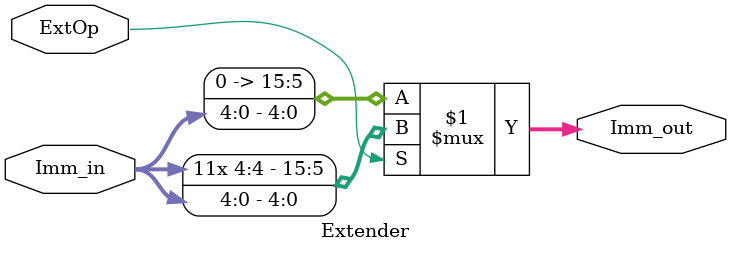
<source format=v>
module Extender(
input [4:0] Imm_in,
input ExtOp,
output [15:0] Imm_out
);

    assign Imm_out = (ExtOp ? $signed({{11{Imm_in[4]}}, Imm_in}) : {11'b0, Imm_in});

endmodule


</source>
